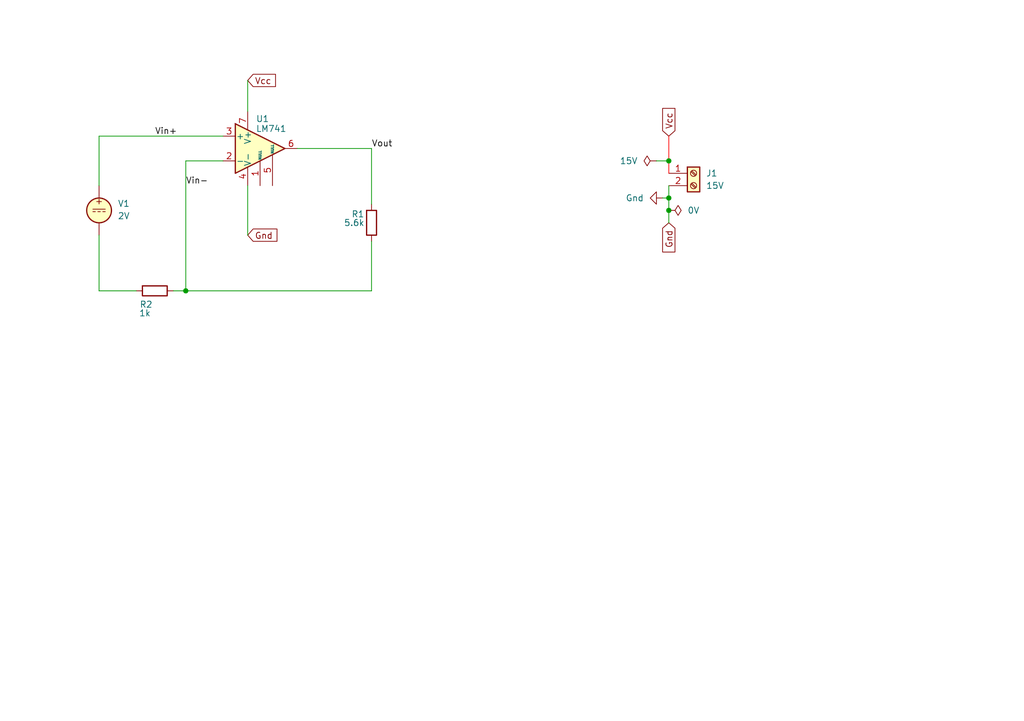
<source format=kicad_sch>
(kicad_sch (version 20250114) (generator "eeschema") (generator_version "9.0")
  (paper "A5")
  (lib_symbols
    (symbol "Amplifier_Operational:LM741" (pin_names (offset 0.127))
      (property "Reference" "U" (at 0 6.35 0))
      (property "Value" "LM741" (at 0 3.81 0))
      (symbol "LM741_0_1"
        (polyline (pts (xy -5.08 5.08) (xy 5.08 0) (xy -5.08 -5.08) (xy -5.08 5.08)) (stroke (width 0.254)) (fill (type background)))
      )
      (symbol "LM741_1_1"
        (pin input line (at -7.62 2.54 0) (length 2.54) (name "+") (number "3"))
        (pin input line (at -7.62 -2.54 0) (length 2.54) (name "-") (number "2"))
        (pin power_in line (at -2.54 7.62 270) (length 3.81) (name "V+") (number "7"))
        (pin power_in line (at -2.54 -7.62 90) (length 3.81) (name "V-") (number "4"))
        (pin no_connect line (at 0 2.54 270) (length 2.54) (hide yes) (name "NC") (number "8"))
        (pin input line (at 0 -7.62 90) (length 5.08) (name "NULL") (number "1"))
        (pin input line (at 2.54 -7.62 90) (length 6.35) (name "NULL") (number "5"))
        (pin output line (at 7.62 0 180) (length 2.54) (name "~") (number "6"))
      )
    )
    (symbol "Connector:Screw_Terminal_01x02" (pin_names (offset 1.016) (hide yes))
      (property "Reference" "J" (at 0 2.54 0))
      (property "Value" "Screw_Terminal_01x02" (at 0 -5.08 0))
      (symbol "Screw_Terminal_01x02_1_1"
        (rectangle (start -1.27 1.27) (end 1.27 -3.81) (stroke (width 0.254)) (fill (type background)))
        (polyline (pts (xy -0.5334 0.3302) (xy 0.3302 -0.508)) (stroke (width 0.1524)))
        (polyline (pts (xy -0.5334 -2.2098) (xy 0.3302 -3.048)) (stroke (width 0.1524)))
        (polyline (pts (xy -0.3556 0.508) (xy 0.508 -0.3302)) (stroke (width 0.1524)))
        (polyline (pts (xy -0.3556 -2.032) (xy 0.508 -2.8702)) (stroke (width 0.1524)))
        (circle (center 0 0) (radius 0.635) (stroke (width 0.1524)))
        (circle (center 0 -2.54) (radius 0.635) (stroke (width 0.1524)))
        (pin passive line (at -5.08 0 0) (length 3.81) (name "Pin_1") (number "1"))
        (pin passive line (at -5.08 -2.54 0) (length 3.81) (name "Pin_2") (number "2"))
      )
    )
    (symbol "Device:R" (pin_numbers (hide yes)) (pin_names (offset 0))
      (property "Reference" "R" (at 2.032 0 90))
      (property "Value" "R" (at 0 0 90))
      (symbol "R_0_1"
        (rectangle (start -1.016 -2.54) (end 1.016 2.54) (stroke (width 0.254)))
      )
      (symbol "R_1_1"
        (pin passive line (at 0 3.81 270) (length 1.27) (name "~") (number "1"))
        (pin passive line (at 0 -3.81 90) (length 1.27) (name "~") (number "2"))
      )
    )
    (symbol "Simulation_SPICE:VDC" (pin_numbers (hide yes)) (pin_names (offset 0.0254))
      (property "Reference" "V" (at 2.54 2.54 0))
      (property "Value" "1" (at 2.54 0 0))
      (symbol "VDC_0_0"
        (polyline (pts (xy -1.27 0.254) (xy 1.27 0.254)))
        (polyline (pts (xy -0.762 -0.254) (xy -1.27 -0.254)))
        (polyline (pts (xy 0.254 -0.254) (xy -0.254 -0.254)))
        (polyline (pts (xy 1.27 -0.254) (xy 0.762 -0.254)))
        (text "+" (at 0 1.905 0) (effects (font (size 1.27 1.27))))
      )
      (symbol "VDC_0_1"
        (circle (center 0 0) (radius 2.54) (stroke (width 0.254)) (fill (type background)))
      )
      (symbol "VDC_1_1"
        (pin passive line (at 0 5.08 270) (length 2.54) (name "~") (number "1"))
        (pin passive line (at 0 -5.08 90) (length 2.54) (name "~") (number "2"))
      )
    )
    (symbol "power:GND" (power) (pin_numbers (hide yes)) (pin_names (offset 0) (hide yes))
      (property "Value" "GND" (at 0 -3.81 0))
      (symbol "GND_0_1"
        (polyline (pts (xy 0 0) (xy 0 -1.27) (xy 1.27 -1.27) (xy 0 -2.54) (xy -1.27 -1.27) (xy 0 -1.27)))
      )
      (symbol "GND_1_1"
        (pin power_in line (at 0 0 270) (length 0) (name "~") (number "1"))
      )
    )
    (symbol "power:PWR_FLAG" (power) (pin_numbers (hide yes)) (pin_names (offset 0) (hide yes))
      (property "Value" "PWR_FLAG" (at 0 3.81 0))
      (symbol "PWR_FLAG_0_0"
        (pin power_out line (at 0 0 90) (length 0) (name "~") (number "1"))
      )
      (symbol "PWR_FLAG_0_1"
        (polyline (pts (xy 0 0) (xy 0 1.27) (xy -1.016 1.905) (xy 0 2.54) (xy 1.016 1.905) (xy 0 1.27)))
      )
    )
  )
  (junction (at 137.16 33.02))
  (junction (at 137.16 40.64))
  (junction (at 137.16 43.18))
  (junction (at 38.1 59.69))
  (wire (pts (xy 137.16 38.1) (xy 137.16 40.64)))
  (wire (pts (xy 20.32 48.26) (xy 20.32 59.69)))
  (wire (pts (xy 20.32 27.94) (xy 20.32 38.1)))
  (wire (pts (xy 50.8 48.26) (xy 50.8 38.1)))
  (wire (pts (xy 137.16 27.94) (xy 137.16 33.02)) (stroke (width 0) (color 255 0 0 1)))
  (wire (pts (xy 137.16 43.18) (xy 137.16 45.72)))
  (wire (pts (xy 137.16 40.64) (xy 137.16 43.18)))
  (wire (pts (xy 20.32 59.69) (xy 27.94 59.69)))
  (wire (pts (xy 38.1 33.02) (xy 45.72 33.02)))
  (wire (pts (xy 134.62 33.02) (xy 137.16 33.02)))
  (wire (pts (xy 137.16 35.56) (xy 137.16 33.02)) (stroke (width 0) (color 255 0 0 1)))
  (wire (pts (xy 50.8 16.51) (xy 50.8 22.86)))
  (wire (pts (xy 35.56 59.69) (xy 38.1 59.69)))
  (wire (pts (xy 76.2 30.48) (xy 76.2 41.91)))
  (wire (pts (xy 135.89 40.64) (xy 137.16 40.64)))
  (wire (pts (xy 38.1 59.69) (xy 76.2 59.69)))
  (wire (pts (xy 60.96 30.48) (xy 76.2 30.48)))
  (wire (pts (xy 45.72 27.94) (xy 20.32 27.94)))
  (wire (pts (xy 76.2 49.53) (xy 76.2 59.69)))
  (wire (pts (xy 38.1 59.69) (xy 38.1 33.02)))
  (label "Vin-" (at 38.1 38.1 0))
  (label "Vout" (at 76.2 30.48 0))
  (label "Vin+" (at 31.75 27.94 0))
  (global_label "Gnd" (shape input) (at 50.8 48.26 0) (property "Intersheetrefs" "${INTERSHEET_REFS}" (effects (hide yes))))
  (global_label "Vcc" (shape input) (at 137.16 27.94 90) (property "Intersheetrefs" "${INTERSHEET_REFS}" (effects (hide yes))))
  (global_label "Vcc" (shape input) (at 50.8 16.51 0) (property "Intersheetrefs" "${INTERSHEET_REFS}" (effects (hide yes))))
  (global_label "Gnd" (shape input) (at 137.16 45.72 270) (property "Intersheetrefs" "${INTERSHEET_REFS}" (effects (hide yes))))
  (symbol (lib_id "Device:R") (at 31.75 59.69 270) (unit 1)
    (property "Reference" "R2" (at 29.972 62.484 90))
    (property "Value" "1k" (at 29.718 64.262 90))
    (property "Description" "Resistor" (effects (hide yes)))
  )
  (symbol (lib_id "Connector:Screw_Terminal_01x02") (at 142.24 35.56 0) (unit 1)
    (property "Reference" "J1" (at 144.78 35.5599 0) (effects (justify left)))
    (property "Value" "15V" (at 144.78 38.0999 0) (effects (justify left)))
    (property "Footprint" "TerminalBlock:TerminalBlock_Xinya_XY308-2.54-2P_1x02_P2.54mm_Horizontal" (effects (hide yes)))
    (property "Description" "Generic screw terminal, single row, 01x02, script generated (kicad-library-utils/schlib/autogen/connector/)" (effects (hide yes)))
    (property "Sim.Device" "V" (effects (hide yes)))
    (property "Sim.Type" "DC" (effects (hide yes)))
    (property "Sim.Pins" "1=+ 2=-" (effects (hide yes)))
  )
  (symbol (lib_id "power:GND") (at 135.89 40.64 270) (unit 1)
    (property "Reference" "#PWR03" (effects (hide yes)))
    (property "Value" "Gnd" (at 132.08 40.6399 90) (effects (justify right)))
    (property "Description" "Power symbol creates a global label with name \"GND\" , ground" (effects (hide yes)))
  )
  (symbol (lib_id "power:PWR_FLAG") (at 137.16 43.18 270) (unit 1)
    (property "Reference" "#FLG02" (effects (hide yes)))
    (property "Value" "0V" (at 140.97 43.1799 90) (effects (justify left)))
    (property "Description" "Special symbol for telling ERC where power comes from" (effects (hide yes)))
  )
  (symbol (lib_id "Amplifier_Operational:LM741") (at 53.34 30.48 0) (unit 1)
    (property "Reference" "U1" (at 53.848 24.384 0))
    (property "Value" "LM741" (at 55.626 26.416 0))
    (property "Datasheet" "http://www.ti.com/lit/ds/symlink/lm741.pdf" (effects (hide yes)))
    (property "Description" "Operational Amplifier, DIP-8/TO-99-8" (effects (hide yes)))
    (property "Sim.Library" "/home/kjetil/kicad/lm741.lib" (effects (hide yes)))
    (property "Sim.Name" "LM741" (effects (hide yes)))
    (property "Sim.Device" "SUBCKT" (effects (hide yes)))
    (property "Sim.Pins" "1=1 2=2 3=99 4=50 5=28" (effects (hide yes)))
  )
  (symbol (lib_id "Simulation_SPICE:VDC") (at 20.32 43.18 0) (unit 1)
    (property "Reference" "V1" (at 24.13 41.7801 0) (effects (justify left)))
    (property "Value" "2V" (at 24.13 44.3201 0) (effects (justify left)))
    (property "Datasheet" "https://ngspice.sourceforge.io/docs/ngspice-html-manual/manual.xhtml#sec_Independent_Sources_for" (effects (hide yes)))
    (property "Description" "Voltage source, DC" (effects (hide yes)))
    (property "Sim.Pins" "1=+ 2=-" (effects (hide yes)))
    (property "Sim.Type" "DC" (effects (hide yes)))
    (property "Sim.Device" "V" (effects (hide yes)))
  )
  (symbol (lib_id "Device:R") (at 76.2 45.72 180) (unit 1)
    (property "Reference" "R1" (at 73.406 43.942 0))
    (property "Value" "5.6k" (at 72.644 45.72 0))
    (property "Description" "Resistor" (effects (hide yes)))
  )
  (symbol (lib_id "power:PWR_FLAG") (at 134.62 33.02 90) (unit 1)
    (property "Reference" "#FLG01" (effects (hide yes)))
    (property "Value" "15V" (at 130.81 33.0199 90) (effects (justify left)))
    (property "Description" "Special symbol for telling ERC where power comes from" (effects (hide yes)))
  )
)
</source>
